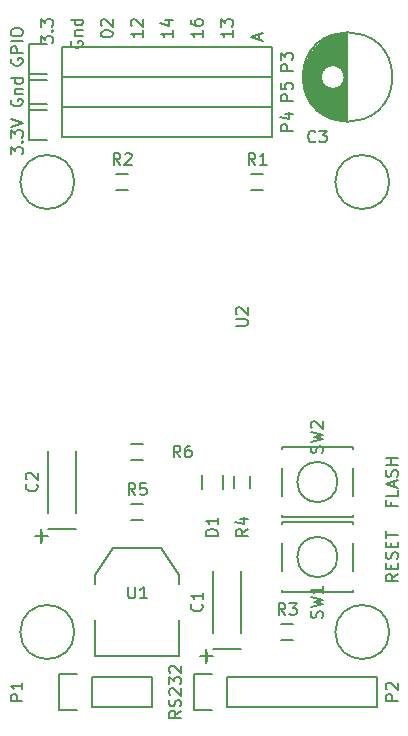
<source format=gto>
G04 #@! TF.FileFunction,Legend,Top*
%FSLAX46Y46*%
G04 Gerber Fmt 4.6, Leading zero omitted, Abs format (unit mm)*
G04 Created by KiCad (PCBNEW 4.0.1-stable) date Wednesday, 10 February 2016 'pmt' 16:49:47*
%MOMM*%
G01*
G04 APERTURE LIST*
%ADD10C,0.100000*%
%ADD11C,0.150000*%
%ADD12C,0.200000*%
G04 APERTURE END LIST*
D10*
D11*
X186618571Y-131230476D02*
X186618571Y-131563810D01*
X187142381Y-131563810D02*
X186142381Y-131563810D01*
X186142381Y-131087619D01*
X187142381Y-130230476D02*
X187142381Y-130706667D01*
X186142381Y-130706667D01*
X186856667Y-129944762D02*
X186856667Y-129468571D01*
X187142381Y-130040000D02*
X186142381Y-129706667D01*
X187142381Y-129373333D01*
X187094762Y-129087619D02*
X187142381Y-128944762D01*
X187142381Y-128706666D01*
X187094762Y-128611428D01*
X187047143Y-128563809D01*
X186951905Y-128516190D01*
X186856667Y-128516190D01*
X186761429Y-128563809D01*
X186713810Y-128611428D01*
X186666190Y-128706666D01*
X186618571Y-128897143D01*
X186570952Y-128992381D01*
X186523333Y-129040000D01*
X186428095Y-129087619D01*
X186332857Y-129087619D01*
X186237619Y-129040000D01*
X186190000Y-128992381D01*
X186142381Y-128897143D01*
X186142381Y-128659047D01*
X186190000Y-128516190D01*
X187142381Y-128087619D02*
X186142381Y-128087619D01*
X186618571Y-128087619D02*
X186618571Y-127516190D01*
X187142381Y-127516190D02*
X186142381Y-127516190D01*
X187142381Y-137342381D02*
X186666190Y-137675715D01*
X187142381Y-137913810D02*
X186142381Y-137913810D01*
X186142381Y-137532857D01*
X186190000Y-137437619D01*
X186237619Y-137390000D01*
X186332857Y-137342381D01*
X186475714Y-137342381D01*
X186570952Y-137390000D01*
X186618571Y-137437619D01*
X186666190Y-137532857D01*
X186666190Y-137913810D01*
X186618571Y-136913810D02*
X186618571Y-136580476D01*
X187142381Y-136437619D02*
X187142381Y-136913810D01*
X186142381Y-136913810D01*
X186142381Y-136437619D01*
X187094762Y-136056667D02*
X187142381Y-135913810D01*
X187142381Y-135675714D01*
X187094762Y-135580476D01*
X187047143Y-135532857D01*
X186951905Y-135485238D01*
X186856667Y-135485238D01*
X186761429Y-135532857D01*
X186713810Y-135580476D01*
X186666190Y-135675714D01*
X186618571Y-135866191D01*
X186570952Y-135961429D01*
X186523333Y-136009048D01*
X186428095Y-136056667D01*
X186332857Y-136056667D01*
X186237619Y-136009048D01*
X186190000Y-135961429D01*
X186142381Y-135866191D01*
X186142381Y-135628095D01*
X186190000Y-135485238D01*
X186618571Y-135056667D02*
X186618571Y-134723333D01*
X187142381Y-134580476D02*
X187142381Y-135056667D01*
X186142381Y-135056667D01*
X186142381Y-134580476D01*
X186142381Y-134294762D02*
X186142381Y-133723333D01*
X187142381Y-134009048D02*
X186142381Y-134009048D01*
D12*
X175426667Y-92106667D02*
X175426667Y-91630476D01*
X175712381Y-92201905D02*
X174712381Y-91868572D01*
X175712381Y-91535238D01*
X173172381Y-91312857D02*
X173172381Y-91884286D01*
X173172381Y-91598572D02*
X172172381Y-91598572D01*
X172315238Y-91693810D01*
X172410476Y-91789048D01*
X172458095Y-91884286D01*
X172172381Y-90979524D02*
X172172381Y-90360476D01*
X172553333Y-90693810D01*
X172553333Y-90550952D01*
X172600952Y-90455714D01*
X172648571Y-90408095D01*
X172743810Y-90360476D01*
X172981905Y-90360476D01*
X173077143Y-90408095D01*
X173124762Y-90455714D01*
X173172381Y-90550952D01*
X173172381Y-90836667D01*
X173124762Y-90931905D01*
X173077143Y-90979524D01*
X170632381Y-91312857D02*
X170632381Y-91884286D01*
X170632381Y-91598572D02*
X169632381Y-91598572D01*
X169775238Y-91693810D01*
X169870476Y-91789048D01*
X169918095Y-91884286D01*
X169632381Y-90455714D02*
X169632381Y-90646191D01*
X169680000Y-90741429D01*
X169727619Y-90789048D01*
X169870476Y-90884286D01*
X170060952Y-90931905D01*
X170441905Y-90931905D01*
X170537143Y-90884286D01*
X170584762Y-90836667D01*
X170632381Y-90741429D01*
X170632381Y-90550952D01*
X170584762Y-90455714D01*
X170537143Y-90408095D01*
X170441905Y-90360476D01*
X170203810Y-90360476D01*
X170108571Y-90408095D01*
X170060952Y-90455714D01*
X170013333Y-90550952D01*
X170013333Y-90741429D01*
X170060952Y-90836667D01*
X170108571Y-90884286D01*
X170203810Y-90931905D01*
X168092381Y-91312857D02*
X168092381Y-91884286D01*
X168092381Y-91598572D02*
X167092381Y-91598572D01*
X167235238Y-91693810D01*
X167330476Y-91789048D01*
X167378095Y-91884286D01*
X167425714Y-90455714D02*
X168092381Y-90455714D01*
X167044762Y-90693810D02*
X167759048Y-90931905D01*
X167759048Y-90312857D01*
X165552381Y-91312857D02*
X165552381Y-91884286D01*
X165552381Y-91598572D02*
X164552381Y-91598572D01*
X164695238Y-91693810D01*
X164790476Y-91789048D01*
X164838095Y-91884286D01*
X164647619Y-90931905D02*
X164600000Y-90884286D01*
X164552381Y-90789048D01*
X164552381Y-90550952D01*
X164600000Y-90455714D01*
X164647619Y-90408095D01*
X164742857Y-90360476D01*
X164838095Y-90360476D01*
X164980952Y-90408095D01*
X165552381Y-90979524D01*
X165552381Y-90360476D01*
X162012381Y-91646191D02*
X162012381Y-91550952D01*
X162060000Y-91455714D01*
X162107619Y-91408095D01*
X162202857Y-91360476D01*
X162393333Y-91312857D01*
X162631429Y-91312857D01*
X162821905Y-91360476D01*
X162917143Y-91408095D01*
X162964762Y-91455714D01*
X163012381Y-91550952D01*
X163012381Y-91646191D01*
X162964762Y-91741429D01*
X162917143Y-91789048D01*
X162821905Y-91836667D01*
X162631429Y-91884286D01*
X162393333Y-91884286D01*
X162202857Y-91836667D01*
X162107619Y-91789048D01*
X162060000Y-91741429D01*
X162012381Y-91646191D01*
X162107619Y-90931905D02*
X162060000Y-90884286D01*
X162012381Y-90789048D01*
X162012381Y-90550952D01*
X162060000Y-90455714D01*
X162107619Y-90408095D01*
X162202857Y-90360476D01*
X162298095Y-90360476D01*
X162440952Y-90408095D01*
X163012381Y-90979524D01*
X163012381Y-90360476D01*
X159520000Y-92217619D02*
X159472381Y-92312857D01*
X159472381Y-92455714D01*
X159520000Y-92598572D01*
X159615238Y-92693810D01*
X159710476Y-92741429D01*
X159900952Y-92789048D01*
X160043810Y-92789048D01*
X160234286Y-92741429D01*
X160329524Y-92693810D01*
X160424762Y-92598572D01*
X160472381Y-92455714D01*
X160472381Y-92360476D01*
X160424762Y-92217619D01*
X160377143Y-92170000D01*
X160043810Y-92170000D01*
X160043810Y-92360476D01*
X159805714Y-91741429D02*
X160472381Y-91741429D01*
X159900952Y-91741429D02*
X159853333Y-91693810D01*
X159805714Y-91598572D01*
X159805714Y-91455714D01*
X159853333Y-91360476D01*
X159948571Y-91312857D01*
X160472381Y-91312857D01*
X160472381Y-90408095D02*
X159472381Y-90408095D01*
X160424762Y-90408095D02*
X160472381Y-90503333D01*
X160472381Y-90693810D01*
X160424762Y-90789048D01*
X160377143Y-90836667D01*
X160281905Y-90884286D01*
X159996190Y-90884286D01*
X159900952Y-90836667D01*
X159853333Y-90789048D01*
X159805714Y-90693810D01*
X159805714Y-90503333D01*
X159853333Y-90408095D01*
X156932381Y-92408095D02*
X156932381Y-91789047D01*
X157313333Y-92122381D01*
X157313333Y-91979523D01*
X157360952Y-91884285D01*
X157408571Y-91836666D01*
X157503810Y-91789047D01*
X157741905Y-91789047D01*
X157837143Y-91836666D01*
X157884762Y-91884285D01*
X157932381Y-91979523D01*
X157932381Y-92265238D01*
X157884762Y-92360476D01*
X157837143Y-92408095D01*
X157837143Y-91360476D02*
X157884762Y-91312857D01*
X157932381Y-91360476D01*
X157884762Y-91408095D01*
X157837143Y-91360476D01*
X157932381Y-91360476D01*
X156932381Y-90979524D02*
X156932381Y-90360476D01*
X157313333Y-90693810D01*
X157313333Y-90550952D01*
X157360952Y-90455714D01*
X157408571Y-90408095D01*
X157503810Y-90360476D01*
X157741905Y-90360476D01*
X157837143Y-90408095D01*
X157884762Y-90455714D01*
X157932381Y-90550952D01*
X157932381Y-90836667D01*
X157884762Y-90931905D01*
X157837143Y-90979524D01*
D11*
X173918880Y-142300960D02*
X173918880Y-137099040D01*
X171521120Y-137099040D02*
X171521120Y-142300960D01*
X170421300Y-144299940D02*
X171521120Y-144299940D01*
X170921680Y-144899380D02*
X170921680Y-143700500D01*
X171521120Y-143695420D02*
X173918880Y-143695420D01*
X159948880Y-132140960D02*
X159948880Y-126939040D01*
X157551120Y-126939040D02*
X157551120Y-132140960D01*
X156451300Y-134139940D02*
X157551120Y-134139940D01*
X156951680Y-134739380D02*
X156951680Y-133540500D01*
X157551120Y-133535420D02*
X159948880Y-133535420D01*
X170575000Y-130140000D02*
X170575000Y-128940000D01*
X172325000Y-128940000D02*
X172325000Y-130140000D01*
X161290000Y-148590000D02*
X166370000Y-148590000D01*
X166370000Y-148590000D02*
X166370000Y-146050000D01*
X166370000Y-146050000D02*
X161290000Y-146050000D01*
X158470000Y-145770000D02*
X160020000Y-145770000D01*
X161290000Y-146050000D02*
X161290000Y-148590000D01*
X160020000Y-148870000D02*
X158470000Y-148870000D01*
X158470000Y-148870000D02*
X158470000Y-145770000D01*
X172720000Y-146050000D02*
X185420000Y-146050000D01*
X185420000Y-146050000D02*
X185420000Y-148590000D01*
X185420000Y-148590000D02*
X172720000Y-148590000D01*
X169900000Y-145770000D02*
X171450000Y-145770000D01*
X172720000Y-146050000D02*
X172720000Y-148590000D01*
X171450000Y-148870000D02*
X169900000Y-148870000D01*
X169900000Y-148870000D02*
X169900000Y-145770000D01*
X158750000Y-92710000D02*
X176530000Y-92710000D01*
X176530000Y-92710000D02*
X176530000Y-95250000D01*
X176530000Y-95250000D02*
X158750000Y-95250000D01*
X155930000Y-92430000D02*
X157480000Y-92430000D01*
X158750000Y-92710000D02*
X158750000Y-95250000D01*
X157480000Y-95530000D02*
X155930000Y-95530000D01*
X155930000Y-95530000D02*
X155930000Y-92430000D01*
X158750000Y-97790000D02*
X176530000Y-97790000D01*
X176530000Y-97790000D02*
X176530000Y-100330000D01*
X176530000Y-100330000D02*
X158750000Y-100330000D01*
X155930000Y-97510000D02*
X157480000Y-97510000D01*
X158750000Y-97790000D02*
X158750000Y-100330000D01*
X157480000Y-100610000D02*
X155930000Y-100610000D01*
X155930000Y-100610000D02*
X155930000Y-97510000D01*
X158750000Y-95250000D02*
X176530000Y-95250000D01*
X176530000Y-95250000D02*
X176530000Y-97790000D01*
X176530000Y-97790000D02*
X158750000Y-97790000D01*
X155930000Y-94970000D02*
X157480000Y-94970000D01*
X158750000Y-95250000D02*
X158750000Y-97790000D01*
X157480000Y-98070000D02*
X155930000Y-98070000D01*
X155930000Y-98070000D02*
X155930000Y-94970000D01*
X175760000Y-104815000D02*
X174760000Y-104815000D01*
X174760000Y-103465000D02*
X175760000Y-103465000D01*
X164330000Y-104815000D02*
X163330000Y-104815000D01*
X163330000Y-103465000D02*
X164330000Y-103465000D01*
X178300000Y-142915000D02*
X177300000Y-142915000D01*
X177300000Y-141565000D02*
X178300000Y-141565000D01*
X174665000Y-129040000D02*
X174665000Y-130040000D01*
X173315000Y-130040000D02*
X173315000Y-129040000D01*
X165600000Y-132755000D02*
X164600000Y-132755000D01*
X164600000Y-131405000D02*
X165600000Y-131405000D01*
X164600000Y-126325000D02*
X165600000Y-126325000D01*
X165600000Y-127675000D02*
X164600000Y-127675000D01*
X183340000Y-132890000D02*
X183340000Y-133090000D01*
X183340000Y-138890000D02*
X183340000Y-138690000D01*
X177340000Y-138890000D02*
X177340000Y-138690000D01*
X177340000Y-132890000D02*
X177340000Y-133090000D01*
X177340000Y-134690000D02*
X177340000Y-137090000D01*
X183340000Y-134690000D02*
X183340000Y-137090000D01*
X183340000Y-132890000D02*
X177340000Y-132890000D01*
X177340000Y-138890000D02*
X183340000Y-138890000D01*
X182040000Y-135890000D02*
G75*
G03X182040000Y-135890000I-1700000J0D01*
G01*
X177340000Y-132540000D02*
X177340000Y-132340000D01*
X177340000Y-126540000D02*
X177340000Y-126740000D01*
X183340000Y-126540000D02*
X183340000Y-126740000D01*
X183340000Y-132540000D02*
X183340000Y-132340000D01*
X183340000Y-130740000D02*
X183340000Y-128340000D01*
X177340000Y-130740000D02*
X177340000Y-128340000D01*
X177340000Y-132540000D02*
X183340000Y-132540000D01*
X183340000Y-126540000D02*
X177340000Y-126540000D01*
X182040000Y-129540000D02*
G75*
G03X182040000Y-129540000I-1700000J0D01*
G01*
X161544000Y-141224000D02*
X161544000Y-144272000D01*
X161544000Y-144272000D02*
X168656000Y-144272000D01*
X168656000Y-144272000D02*
X168656000Y-141224000D01*
X161544000Y-138176000D02*
X161544000Y-137414000D01*
X161544000Y-137414000D02*
X163068000Y-135128000D01*
X163068000Y-135128000D02*
X167132000Y-135128000D01*
X167132000Y-135128000D02*
X168656000Y-137414000D01*
X168656000Y-137414000D02*
X168656000Y-138176000D01*
X186436000Y-104140000D02*
G75*
G03X186436000Y-104140000I-2286000J0D01*
G01*
X159766000Y-104140000D02*
G75*
G03X159766000Y-104140000I-2286000J0D01*
G01*
X186436000Y-142240000D02*
G75*
G03X186436000Y-142240000I-2286000J0D01*
G01*
X159766000Y-142240000D02*
G75*
G03X159766000Y-142240000I-2286000J0D01*
G01*
X182825000Y-98999000D02*
X182825000Y-91501000D01*
X182685000Y-98994000D02*
X182685000Y-91506000D01*
X182545000Y-98983000D02*
X182545000Y-95696000D01*
X182545000Y-94804000D02*
X182545000Y-91517000D01*
X182405000Y-98967000D02*
X182405000Y-95906000D01*
X182405000Y-94594000D02*
X182405000Y-91533000D01*
X182265000Y-98946000D02*
X182265000Y-96039000D01*
X182265000Y-94461000D02*
X182265000Y-91554000D01*
X182125000Y-98919000D02*
X182125000Y-96130000D01*
X182125000Y-94370000D02*
X182125000Y-91581000D01*
X181985000Y-98887000D02*
X181985000Y-96192000D01*
X181985000Y-94308000D02*
X181985000Y-91613000D01*
X181845000Y-98849000D02*
X181845000Y-96231000D01*
X181845000Y-94269000D02*
X181845000Y-91651000D01*
X181705000Y-98805000D02*
X181705000Y-96248000D01*
X181705000Y-94252000D02*
X181705000Y-91695000D01*
X181565000Y-98754000D02*
X181565000Y-96246000D01*
X181565000Y-94254000D02*
X181565000Y-91746000D01*
X181425000Y-98698000D02*
X181425000Y-96224000D01*
X181425000Y-94276000D02*
X181425000Y-91802000D01*
X181285000Y-98634000D02*
X181285000Y-96181000D01*
X181285000Y-94319000D02*
X181285000Y-91866000D01*
X181145000Y-98564000D02*
X181145000Y-96113000D01*
X181145000Y-94387000D02*
X181145000Y-91936000D01*
X181005000Y-98486000D02*
X181005000Y-96014000D01*
X181005000Y-94486000D02*
X181005000Y-92014000D01*
X180865000Y-98400000D02*
X180865000Y-95869000D01*
X180865000Y-94631000D02*
X180865000Y-92100000D01*
X180725000Y-98305000D02*
X180725000Y-95630000D01*
X180725000Y-94870000D02*
X180725000Y-92195000D01*
X180585000Y-98200000D02*
X180585000Y-92300000D01*
X180445000Y-98085000D02*
X180445000Y-92415000D01*
X180305000Y-97957000D02*
X180305000Y-92543000D01*
X180165000Y-97816000D02*
X180165000Y-92684000D01*
X180025000Y-97658000D02*
X180025000Y-92842000D01*
X179885000Y-97480000D02*
X179885000Y-93020000D01*
X179745000Y-97277000D02*
X179745000Y-93223000D01*
X179605000Y-97040000D02*
X179605000Y-93460000D01*
X179465000Y-96754000D02*
X179465000Y-93746000D01*
X179325000Y-96382000D02*
X179325000Y-94118000D01*
X179185000Y-95761000D02*
X179185000Y-94739000D01*
X182650000Y-95250000D02*
G75*
G03X182650000Y-95250000I-1000000J0D01*
G01*
X186687500Y-95250000D02*
G75*
G03X186687500Y-95250000I-3787500J0D01*
G01*
X170537143Y-139866666D02*
X170584762Y-139914285D01*
X170632381Y-140057142D01*
X170632381Y-140152380D01*
X170584762Y-140295238D01*
X170489524Y-140390476D01*
X170394286Y-140438095D01*
X170203810Y-140485714D01*
X170060952Y-140485714D01*
X169870476Y-140438095D01*
X169775238Y-140390476D01*
X169680000Y-140295238D01*
X169632381Y-140152380D01*
X169632381Y-140057142D01*
X169680000Y-139914285D01*
X169727619Y-139866666D01*
X170632381Y-138914285D02*
X170632381Y-139485714D01*
X170632381Y-139200000D02*
X169632381Y-139200000D01*
X169775238Y-139295238D01*
X169870476Y-139390476D01*
X169918095Y-139485714D01*
X170990569Y-144680892D02*
X170990569Y-143918987D01*
X171371521Y-144299939D02*
X170609616Y-144299939D01*
X156567143Y-129706666D02*
X156614762Y-129754285D01*
X156662381Y-129897142D01*
X156662381Y-129992380D01*
X156614762Y-130135238D01*
X156519524Y-130230476D01*
X156424286Y-130278095D01*
X156233810Y-130325714D01*
X156090952Y-130325714D01*
X155900476Y-130278095D01*
X155805238Y-130230476D01*
X155710000Y-130135238D01*
X155662381Y-129992380D01*
X155662381Y-129897142D01*
X155710000Y-129754285D01*
X155757619Y-129706666D01*
X155757619Y-129325714D02*
X155710000Y-129278095D01*
X155662381Y-129182857D01*
X155662381Y-128944761D01*
X155710000Y-128849523D01*
X155757619Y-128801904D01*
X155852857Y-128754285D01*
X155948095Y-128754285D01*
X156090952Y-128801904D01*
X156662381Y-129373333D01*
X156662381Y-128754285D01*
X157020569Y-134520892D02*
X157020569Y-133758987D01*
X157401521Y-134139939D02*
X156639616Y-134139939D01*
X171902381Y-134088095D02*
X170902381Y-134088095D01*
X170902381Y-133850000D01*
X170950000Y-133707142D01*
X171045238Y-133611904D01*
X171140476Y-133564285D01*
X171330952Y-133516666D01*
X171473810Y-133516666D01*
X171664286Y-133564285D01*
X171759524Y-133611904D01*
X171854762Y-133707142D01*
X171902381Y-133850000D01*
X171902381Y-134088095D01*
X171902381Y-132564285D02*
X171902381Y-133135714D01*
X171902381Y-132850000D02*
X170902381Y-132850000D01*
X171045238Y-132945238D01*
X171140476Y-133040476D01*
X171188095Y-133135714D01*
X155372381Y-148058095D02*
X154372381Y-148058095D01*
X154372381Y-147677142D01*
X154420000Y-147581904D01*
X154467619Y-147534285D01*
X154562857Y-147486666D01*
X154705714Y-147486666D01*
X154800952Y-147534285D01*
X154848571Y-147581904D01*
X154896190Y-147677142D01*
X154896190Y-148058095D01*
X155372381Y-146534285D02*
X155372381Y-147105714D01*
X155372381Y-146820000D02*
X154372381Y-146820000D01*
X154515238Y-146915238D01*
X154610476Y-147010476D01*
X154658095Y-147105714D01*
X187142381Y-148058095D02*
X186142381Y-148058095D01*
X186142381Y-147677142D01*
X186190000Y-147581904D01*
X186237619Y-147534285D01*
X186332857Y-147486666D01*
X186475714Y-147486666D01*
X186570952Y-147534285D01*
X186618571Y-147581904D01*
X186666190Y-147677142D01*
X186666190Y-148058095D01*
X186237619Y-147105714D02*
X186190000Y-147058095D01*
X186142381Y-146962857D01*
X186142381Y-146724761D01*
X186190000Y-146629523D01*
X186237619Y-146581904D01*
X186332857Y-146534285D01*
X186428095Y-146534285D01*
X186570952Y-146581904D01*
X187142381Y-147153333D01*
X187142381Y-146534285D01*
X168802381Y-148915238D02*
X168326190Y-149248572D01*
X168802381Y-149486667D02*
X167802381Y-149486667D01*
X167802381Y-149105714D01*
X167850000Y-149010476D01*
X167897619Y-148962857D01*
X167992857Y-148915238D01*
X168135714Y-148915238D01*
X168230952Y-148962857D01*
X168278571Y-149010476D01*
X168326190Y-149105714D01*
X168326190Y-149486667D01*
X168754762Y-148534286D02*
X168802381Y-148391429D01*
X168802381Y-148153333D01*
X168754762Y-148058095D01*
X168707143Y-148010476D01*
X168611905Y-147962857D01*
X168516667Y-147962857D01*
X168421429Y-148010476D01*
X168373810Y-148058095D01*
X168326190Y-148153333D01*
X168278571Y-148343810D01*
X168230952Y-148439048D01*
X168183333Y-148486667D01*
X168088095Y-148534286D01*
X167992857Y-148534286D01*
X167897619Y-148486667D01*
X167850000Y-148439048D01*
X167802381Y-148343810D01*
X167802381Y-148105714D01*
X167850000Y-147962857D01*
X167897619Y-147581905D02*
X167850000Y-147534286D01*
X167802381Y-147439048D01*
X167802381Y-147200952D01*
X167850000Y-147105714D01*
X167897619Y-147058095D01*
X167992857Y-147010476D01*
X168088095Y-147010476D01*
X168230952Y-147058095D01*
X168802381Y-147629524D01*
X168802381Y-147010476D01*
X167802381Y-146677143D02*
X167802381Y-146058095D01*
X168183333Y-146391429D01*
X168183333Y-146248571D01*
X168230952Y-146153333D01*
X168278571Y-146105714D01*
X168373810Y-146058095D01*
X168611905Y-146058095D01*
X168707143Y-146105714D01*
X168754762Y-146153333D01*
X168802381Y-146248571D01*
X168802381Y-146534286D01*
X168754762Y-146629524D01*
X168707143Y-146677143D01*
X167897619Y-145677143D02*
X167850000Y-145629524D01*
X167802381Y-145534286D01*
X167802381Y-145296190D01*
X167850000Y-145200952D01*
X167897619Y-145153333D01*
X167992857Y-145105714D01*
X168088095Y-145105714D01*
X168230952Y-145153333D01*
X168802381Y-145724762D01*
X168802381Y-145105714D01*
X178252381Y-94718095D02*
X177252381Y-94718095D01*
X177252381Y-94337142D01*
X177300000Y-94241904D01*
X177347619Y-94194285D01*
X177442857Y-94146666D01*
X177585714Y-94146666D01*
X177680952Y-94194285D01*
X177728571Y-94241904D01*
X177776190Y-94337142D01*
X177776190Y-94718095D01*
X177252381Y-93813333D02*
X177252381Y-93194285D01*
X177633333Y-93527619D01*
X177633333Y-93384761D01*
X177680952Y-93289523D01*
X177728571Y-93241904D01*
X177823810Y-93194285D01*
X178061905Y-93194285D01*
X178157143Y-93241904D01*
X178204762Y-93289523D01*
X178252381Y-93384761D01*
X178252381Y-93670476D01*
X178204762Y-93765714D01*
X178157143Y-93813333D01*
X154440000Y-93709999D02*
X154392381Y-93805237D01*
X154392381Y-93948094D01*
X154440000Y-94090952D01*
X154535238Y-94186190D01*
X154630476Y-94233809D01*
X154820952Y-94281428D01*
X154963810Y-94281428D01*
X155154286Y-94233809D01*
X155249524Y-94186190D01*
X155344762Y-94090952D01*
X155392381Y-93948094D01*
X155392381Y-93852856D01*
X155344762Y-93709999D01*
X155297143Y-93662380D01*
X154963810Y-93662380D01*
X154963810Y-93852856D01*
X155392381Y-93233809D02*
X154392381Y-93233809D01*
X154392381Y-92852856D01*
X154440000Y-92757618D01*
X154487619Y-92709999D01*
X154582857Y-92662380D01*
X154725714Y-92662380D01*
X154820952Y-92709999D01*
X154868571Y-92757618D01*
X154916190Y-92852856D01*
X154916190Y-93233809D01*
X155392381Y-92233809D02*
X154392381Y-92233809D01*
X154392381Y-91567143D02*
X154392381Y-91376666D01*
X154440000Y-91281428D01*
X154535238Y-91186190D01*
X154725714Y-91138571D01*
X155059048Y-91138571D01*
X155249524Y-91186190D01*
X155344762Y-91281428D01*
X155392381Y-91376666D01*
X155392381Y-91567143D01*
X155344762Y-91662381D01*
X155249524Y-91757619D01*
X155059048Y-91805238D01*
X154725714Y-91805238D01*
X154535238Y-91757619D01*
X154440000Y-91662381D01*
X154392381Y-91567143D01*
X178252381Y-99798095D02*
X177252381Y-99798095D01*
X177252381Y-99417142D01*
X177300000Y-99321904D01*
X177347619Y-99274285D01*
X177442857Y-99226666D01*
X177585714Y-99226666D01*
X177680952Y-99274285D01*
X177728571Y-99321904D01*
X177776190Y-99417142D01*
X177776190Y-99798095D01*
X177585714Y-98369523D02*
X178252381Y-98369523D01*
X177204762Y-98607619D02*
X177919048Y-98845714D01*
X177919048Y-98226666D01*
X154392381Y-101806190D02*
X154392381Y-101187142D01*
X154773333Y-101520476D01*
X154773333Y-101377618D01*
X154820952Y-101282380D01*
X154868571Y-101234761D01*
X154963810Y-101187142D01*
X155201905Y-101187142D01*
X155297143Y-101234761D01*
X155344762Y-101282380D01*
X155392381Y-101377618D01*
X155392381Y-101663333D01*
X155344762Y-101758571D01*
X155297143Y-101806190D01*
X155297143Y-100758571D02*
X155344762Y-100710952D01*
X155392381Y-100758571D01*
X155344762Y-100806190D01*
X155297143Y-100758571D01*
X155392381Y-100758571D01*
X154392381Y-100377619D02*
X154392381Y-99758571D01*
X154773333Y-100091905D01*
X154773333Y-99949047D01*
X154820952Y-99853809D01*
X154868571Y-99806190D01*
X154963810Y-99758571D01*
X155201905Y-99758571D01*
X155297143Y-99806190D01*
X155344762Y-99853809D01*
X155392381Y-99949047D01*
X155392381Y-100234762D01*
X155344762Y-100330000D01*
X155297143Y-100377619D01*
X154392381Y-99472857D02*
X155392381Y-99139524D01*
X154392381Y-98806190D01*
X178252381Y-97258095D02*
X177252381Y-97258095D01*
X177252381Y-96877142D01*
X177300000Y-96781904D01*
X177347619Y-96734285D01*
X177442857Y-96686666D01*
X177585714Y-96686666D01*
X177680952Y-96734285D01*
X177728571Y-96781904D01*
X177776190Y-96877142D01*
X177776190Y-97258095D01*
X177252381Y-95781904D02*
X177252381Y-96258095D01*
X177728571Y-96305714D01*
X177680952Y-96258095D01*
X177633333Y-96162857D01*
X177633333Y-95924761D01*
X177680952Y-95829523D01*
X177728571Y-95781904D01*
X177823810Y-95734285D01*
X178061905Y-95734285D01*
X178157143Y-95781904D01*
X178204762Y-95829523D01*
X178252381Y-95924761D01*
X178252381Y-96162857D01*
X178204762Y-96258095D01*
X178157143Y-96305714D01*
X154440000Y-97162857D02*
X154392381Y-97258095D01*
X154392381Y-97400952D01*
X154440000Y-97543810D01*
X154535238Y-97639048D01*
X154630476Y-97686667D01*
X154820952Y-97734286D01*
X154963810Y-97734286D01*
X155154286Y-97686667D01*
X155249524Y-97639048D01*
X155344762Y-97543810D01*
X155392381Y-97400952D01*
X155392381Y-97305714D01*
X155344762Y-97162857D01*
X155297143Y-97115238D01*
X154963810Y-97115238D01*
X154963810Y-97305714D01*
X154725714Y-96686667D02*
X155392381Y-96686667D01*
X154820952Y-96686667D02*
X154773333Y-96639048D01*
X154725714Y-96543810D01*
X154725714Y-96400952D01*
X154773333Y-96305714D01*
X154868571Y-96258095D01*
X155392381Y-96258095D01*
X155392381Y-95353333D02*
X154392381Y-95353333D01*
X155344762Y-95353333D02*
X155392381Y-95448571D01*
X155392381Y-95639048D01*
X155344762Y-95734286D01*
X155297143Y-95781905D01*
X155201905Y-95829524D01*
X154916190Y-95829524D01*
X154820952Y-95781905D01*
X154773333Y-95734286D01*
X154725714Y-95639048D01*
X154725714Y-95448571D01*
X154773333Y-95353333D01*
X175093334Y-102692381D02*
X174760000Y-102216190D01*
X174521905Y-102692381D02*
X174521905Y-101692381D01*
X174902858Y-101692381D01*
X174998096Y-101740000D01*
X175045715Y-101787619D01*
X175093334Y-101882857D01*
X175093334Y-102025714D01*
X175045715Y-102120952D01*
X174998096Y-102168571D01*
X174902858Y-102216190D01*
X174521905Y-102216190D01*
X176045715Y-102692381D02*
X175474286Y-102692381D01*
X175760000Y-102692381D02*
X175760000Y-101692381D01*
X175664762Y-101835238D01*
X175569524Y-101930476D01*
X175474286Y-101978095D01*
X163663334Y-102692381D02*
X163330000Y-102216190D01*
X163091905Y-102692381D02*
X163091905Y-101692381D01*
X163472858Y-101692381D01*
X163568096Y-101740000D01*
X163615715Y-101787619D01*
X163663334Y-101882857D01*
X163663334Y-102025714D01*
X163615715Y-102120952D01*
X163568096Y-102168571D01*
X163472858Y-102216190D01*
X163091905Y-102216190D01*
X164044286Y-101787619D02*
X164091905Y-101740000D01*
X164187143Y-101692381D01*
X164425239Y-101692381D01*
X164520477Y-101740000D01*
X164568096Y-101787619D01*
X164615715Y-101882857D01*
X164615715Y-101978095D01*
X164568096Y-102120952D01*
X163996667Y-102692381D01*
X164615715Y-102692381D01*
X177633334Y-140792381D02*
X177300000Y-140316190D01*
X177061905Y-140792381D02*
X177061905Y-139792381D01*
X177442858Y-139792381D01*
X177538096Y-139840000D01*
X177585715Y-139887619D01*
X177633334Y-139982857D01*
X177633334Y-140125714D01*
X177585715Y-140220952D01*
X177538096Y-140268571D01*
X177442858Y-140316190D01*
X177061905Y-140316190D01*
X177966667Y-139792381D02*
X178585715Y-139792381D01*
X178252381Y-140173333D01*
X178395239Y-140173333D01*
X178490477Y-140220952D01*
X178538096Y-140268571D01*
X178585715Y-140363810D01*
X178585715Y-140601905D01*
X178538096Y-140697143D01*
X178490477Y-140744762D01*
X178395239Y-140792381D01*
X178109524Y-140792381D01*
X178014286Y-140744762D01*
X177966667Y-140697143D01*
X174442381Y-133516666D02*
X173966190Y-133850000D01*
X174442381Y-134088095D02*
X173442381Y-134088095D01*
X173442381Y-133707142D01*
X173490000Y-133611904D01*
X173537619Y-133564285D01*
X173632857Y-133516666D01*
X173775714Y-133516666D01*
X173870952Y-133564285D01*
X173918571Y-133611904D01*
X173966190Y-133707142D01*
X173966190Y-134088095D01*
X173775714Y-132659523D02*
X174442381Y-132659523D01*
X173394762Y-132897619D02*
X174109048Y-133135714D01*
X174109048Y-132516666D01*
X164933334Y-130632381D02*
X164600000Y-130156190D01*
X164361905Y-130632381D02*
X164361905Y-129632381D01*
X164742858Y-129632381D01*
X164838096Y-129680000D01*
X164885715Y-129727619D01*
X164933334Y-129822857D01*
X164933334Y-129965714D01*
X164885715Y-130060952D01*
X164838096Y-130108571D01*
X164742858Y-130156190D01*
X164361905Y-130156190D01*
X165838096Y-129632381D02*
X165361905Y-129632381D01*
X165314286Y-130108571D01*
X165361905Y-130060952D01*
X165457143Y-130013333D01*
X165695239Y-130013333D01*
X165790477Y-130060952D01*
X165838096Y-130108571D01*
X165885715Y-130203810D01*
X165885715Y-130441905D01*
X165838096Y-130537143D01*
X165790477Y-130584762D01*
X165695239Y-130632381D01*
X165457143Y-130632381D01*
X165361905Y-130584762D01*
X165314286Y-130537143D01*
X168743334Y-127452381D02*
X168410000Y-126976190D01*
X168171905Y-127452381D02*
X168171905Y-126452381D01*
X168552858Y-126452381D01*
X168648096Y-126500000D01*
X168695715Y-126547619D01*
X168743334Y-126642857D01*
X168743334Y-126785714D01*
X168695715Y-126880952D01*
X168648096Y-126928571D01*
X168552858Y-126976190D01*
X168171905Y-126976190D01*
X169600477Y-126452381D02*
X169410000Y-126452381D01*
X169314762Y-126500000D01*
X169267143Y-126547619D01*
X169171905Y-126690476D01*
X169124286Y-126880952D01*
X169124286Y-127261905D01*
X169171905Y-127357143D01*
X169219524Y-127404762D01*
X169314762Y-127452381D01*
X169505239Y-127452381D01*
X169600477Y-127404762D01*
X169648096Y-127357143D01*
X169695715Y-127261905D01*
X169695715Y-127023810D01*
X169648096Y-126928571D01*
X169600477Y-126880952D01*
X169505239Y-126833333D01*
X169314762Y-126833333D01*
X169219524Y-126880952D01*
X169171905Y-126928571D01*
X169124286Y-127023810D01*
X180744762Y-141033333D02*
X180792381Y-140890476D01*
X180792381Y-140652380D01*
X180744762Y-140557142D01*
X180697143Y-140509523D01*
X180601905Y-140461904D01*
X180506667Y-140461904D01*
X180411429Y-140509523D01*
X180363810Y-140557142D01*
X180316190Y-140652380D01*
X180268571Y-140842857D01*
X180220952Y-140938095D01*
X180173333Y-140985714D01*
X180078095Y-141033333D01*
X179982857Y-141033333D01*
X179887619Y-140985714D01*
X179840000Y-140938095D01*
X179792381Y-140842857D01*
X179792381Y-140604761D01*
X179840000Y-140461904D01*
X179792381Y-140128571D02*
X180792381Y-139890476D01*
X180078095Y-139699999D01*
X180792381Y-139509523D01*
X179792381Y-139271428D01*
X180792381Y-138366666D02*
X180792381Y-138938095D01*
X180792381Y-138652381D02*
X179792381Y-138652381D01*
X179935238Y-138747619D01*
X180030476Y-138842857D01*
X180078095Y-138938095D01*
X180744762Y-127063333D02*
X180792381Y-126920476D01*
X180792381Y-126682380D01*
X180744762Y-126587142D01*
X180697143Y-126539523D01*
X180601905Y-126491904D01*
X180506667Y-126491904D01*
X180411429Y-126539523D01*
X180363810Y-126587142D01*
X180316190Y-126682380D01*
X180268571Y-126872857D01*
X180220952Y-126968095D01*
X180173333Y-127015714D01*
X180078095Y-127063333D01*
X179982857Y-127063333D01*
X179887619Y-127015714D01*
X179840000Y-126968095D01*
X179792381Y-126872857D01*
X179792381Y-126634761D01*
X179840000Y-126491904D01*
X179792381Y-126158571D02*
X180792381Y-125920476D01*
X180078095Y-125729999D01*
X180792381Y-125539523D01*
X179792381Y-125301428D01*
X179887619Y-124968095D02*
X179840000Y-124920476D01*
X179792381Y-124825238D01*
X179792381Y-124587142D01*
X179840000Y-124491904D01*
X179887619Y-124444285D01*
X179982857Y-124396666D01*
X180078095Y-124396666D01*
X180220952Y-124444285D01*
X180792381Y-125015714D01*
X180792381Y-124396666D01*
X164338095Y-138390381D02*
X164338095Y-139199905D01*
X164385714Y-139295143D01*
X164433333Y-139342762D01*
X164528571Y-139390381D01*
X164719048Y-139390381D01*
X164814286Y-139342762D01*
X164861905Y-139295143D01*
X164909524Y-139199905D01*
X164909524Y-138390381D01*
X165909524Y-139390381D02*
X165338095Y-139390381D01*
X165623809Y-139390381D02*
X165623809Y-138390381D01*
X165528571Y-138533238D01*
X165433333Y-138628476D01*
X165338095Y-138676095D01*
X173442381Y-116331905D02*
X174251905Y-116331905D01*
X174347143Y-116284286D01*
X174394762Y-116236667D01*
X174442381Y-116141429D01*
X174442381Y-115950952D01*
X174394762Y-115855714D01*
X174347143Y-115808095D01*
X174251905Y-115760476D01*
X173442381Y-115760476D01*
X173537619Y-115331905D02*
X173490000Y-115284286D01*
X173442381Y-115189048D01*
X173442381Y-114950952D01*
X173490000Y-114855714D01*
X173537619Y-114808095D01*
X173632857Y-114760476D01*
X173728095Y-114760476D01*
X173870952Y-114808095D01*
X174442381Y-115379524D01*
X174442381Y-114760476D01*
X180173334Y-100687143D02*
X180125715Y-100734762D01*
X179982858Y-100782381D01*
X179887620Y-100782381D01*
X179744762Y-100734762D01*
X179649524Y-100639524D01*
X179601905Y-100544286D01*
X179554286Y-100353810D01*
X179554286Y-100210952D01*
X179601905Y-100020476D01*
X179649524Y-99925238D01*
X179744762Y-99830000D01*
X179887620Y-99782381D01*
X179982858Y-99782381D01*
X180125715Y-99830000D01*
X180173334Y-99877619D01*
X180506667Y-99782381D02*
X181125715Y-99782381D01*
X180792381Y-100163333D01*
X180935239Y-100163333D01*
X181030477Y-100210952D01*
X181078096Y-100258571D01*
X181125715Y-100353810D01*
X181125715Y-100591905D01*
X181078096Y-100687143D01*
X181030477Y-100734762D01*
X180935239Y-100782381D01*
X180649524Y-100782381D01*
X180554286Y-100734762D01*
X180506667Y-100687143D01*
M02*

</source>
